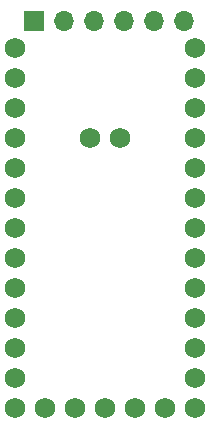
<source format=gbr>
%TF.GenerationSoftware,KiCad,Pcbnew,(6.0.1)*%
%TF.CreationDate,2022-02-07T23:01:22+01:00*%
%TF.ProjectId,pluto,706c7574-6f2e-46b6-9963-61645f706362,1.0*%
%TF.SameCoordinates,Original*%
%TF.FileFunction,Soldermask,Bot*%
%TF.FilePolarity,Negative*%
%FSLAX46Y46*%
G04 Gerber Fmt 4.6, Leading zero omitted, Abs format (unit mm)*
G04 Created by KiCad (PCBNEW (6.0.1)) date 2022-02-07 23:01:22*
%MOMM*%
%LPD*%
G01*
G04 APERTURE LIST*
%ADD10C,1.752600*%
%ADD11R,1.700000X1.700000*%
%ADD12O,1.700000X1.700000*%
G04 APERTURE END LIST*
D10*
%TO.C,J1*%
X139280000Y-100250000D03*
X139280000Y-102790000D03*
X139280000Y-105330000D03*
X139280000Y-107870000D03*
X139280000Y-110410000D03*
X139280000Y-112950000D03*
X139280000Y-115490000D03*
X139280000Y-118030000D03*
X139280000Y-120570000D03*
X139280000Y-123110000D03*
X139280000Y-125650000D03*
X139280000Y-128190000D03*
X139280000Y-130730000D03*
X141820000Y-130730000D03*
X144360000Y-130730000D03*
X146900000Y-130730000D03*
X149440000Y-130730000D03*
X151980000Y-130730000D03*
X154520000Y-130730000D03*
X154520000Y-128190000D03*
X154520000Y-125650000D03*
X154520000Y-123110000D03*
X154520000Y-120570000D03*
X154520000Y-118030000D03*
X154520000Y-115490000D03*
X154520000Y-112950000D03*
X154520000Y-110410000D03*
X154520000Y-107870000D03*
X154520000Y-105330000D03*
X154520000Y-102790000D03*
X154520000Y-100250000D03*
X148170000Y-107870000D03*
X145630000Y-107870000D03*
%TD*%
D11*
%TO.C,J2*%
X140850000Y-97885000D03*
D12*
X143390000Y-97885000D03*
X145930000Y-97885000D03*
X148470000Y-97885000D03*
X151010000Y-97885000D03*
X153550000Y-97885000D03*
%TD*%
M02*

</source>
